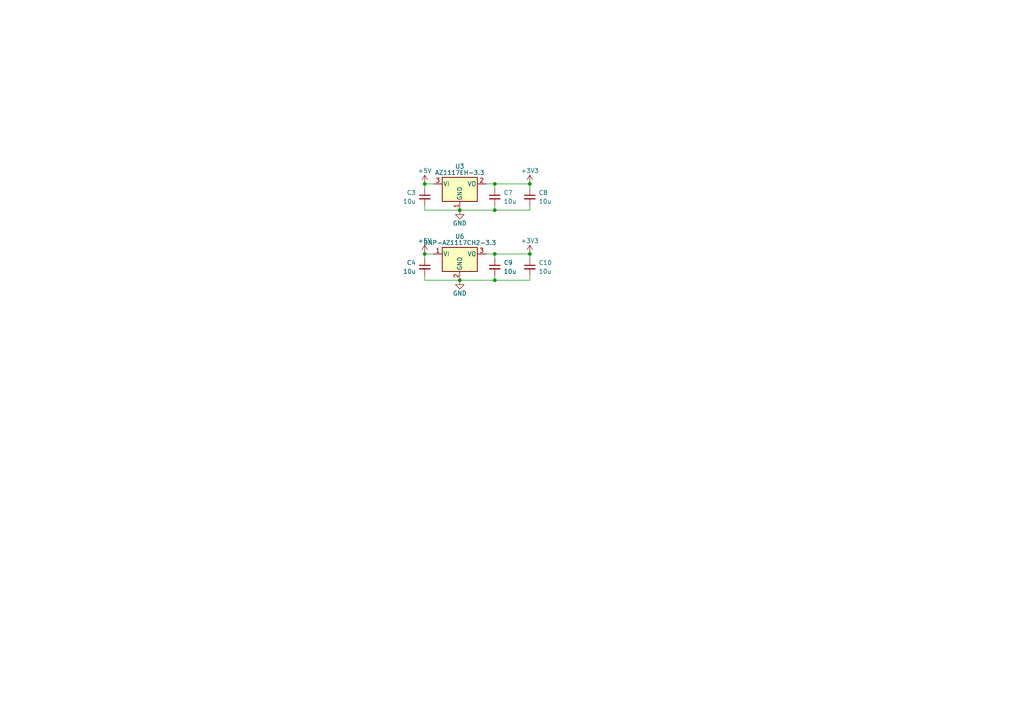
<source format=kicad_sch>
(kicad_sch (version 20211123) (generator eeschema)
  (paper "A4")
  (lib_symbols
    (symbol "Device:C_Small" (pin_numbers hide) (pin_names (offset 0.254) hide)
      (property "Reference" "C" (at 0.254 1.778 0))
      (property "Value" "C_Small" (at 0.254 -2.032 0))
      (symbol "C_Small_0_1"
        (polyline (pts (xy -1.524 -0.508) (xy 1.524 -0.508)) (stroke (width 0.3302)))
        (polyline (pts (xy -1.524 0.508) (xy 1.524 0.508)) (stroke (width 0.3048)))
      )
      (symbol "C_Small_1_1"
        (pin passive line (at 0 2.54 270) (length 2.032) (name "~") (number "1"))
        (pin passive line (at 0 -2.54 90) (length 2.032) (name "~") (number "2"))
      )
    )
    (symbol "GW_Power:AZ1117CH2" (pin_names (offset 0.254))
      (property "Reference" "U" (at -3.81 3.175 0))
      (property "Value" "AZ1117CH2" (at 0 3.175 0))
      (symbol "AZ1117CH2_0_1"
        (rectangle (start -5.08 -5.08) (end 5.08 1.905) (stroke (width 0.254)) (fill (type background)))
      )
      (symbol "AZ1117CH2_1_1"
        (pin power_in line (at -7.62 0 0) (length 2.54) (name "VI") (number "1"))
        (pin power_in line (at 0 -7.62 90) (length 2.54) (name "GND") (number "2"))
        (pin power_out line (at 7.62 0 180) (length 2.54) (name "VO") (number "3"))
      )
    )
    (symbol "Regulator_Linear:AP1117-33" (pin_names (offset 0.254))
      (property "Reference" "U" (at -3.81 3.175 0))
      (property "Value" "AP1117-33" (at 0 3.175 0))
      (symbol "AP1117-33_0_1"
        (rectangle (start -5.08 -5.08) (end 5.08 1.905) (stroke (width 0.254)) (fill (type background)))
      )
      (symbol "AP1117-33_1_1"
        (pin power_in line (at 0 -7.62 90) (length 2.54) (name "GND") (number "1"))
        (pin power_out line (at 7.62 0 180) (length 2.54) (name "VO") (number "2"))
        (pin power_in line (at -7.62 0 0) (length 2.54) (name "VI") (number "3"))
      )
    )
    (symbol "power:+3V3" (power) (pin_names (offset 0))
      (property "Value" "+3V3" (at 0 3.556 0))
      (symbol "+3V3_0_1"
        (polyline (pts (xy -0.762 1.27) (xy 0 2.54)))
        (polyline (pts (xy 0 0) (xy 0 2.54)))
        (polyline (pts (xy 0 2.54) (xy 0.762 1.27)))
      )
      (symbol "+3V3_1_1"
        (pin power_in line (at 0 0 90) (length 0) hide (name "+3V3") (number "1"))
      )
    )
    (symbol "power:+5V" (power) (pin_names (offset 0))
      (property "Value" "+5V" (at 0 3.556 0))
      (symbol "+5V_0_1"
        (polyline (pts (xy -0.762 1.27) (xy 0 2.54)))
        (polyline (pts (xy 0 0) (xy 0 2.54)))
        (polyline (pts (xy 0 2.54) (xy 0.762 1.27)))
      )
      (symbol "+5V_1_1"
        (pin power_in line (at 0 0 90) (length 0) hide (name "+5V") (number "1"))
      )
    )
    (symbol "power:GND" (power) (pin_names (offset 0))
      (property "Value" "GND" (at 0 -3.81 0))
      (symbol "GND_0_1"
        (polyline (pts (xy 0 0) (xy 0 -1.27) (xy 1.27 -1.27) (xy 0 -2.54) (xy -1.27 -1.27) (xy 0 -1.27)))
      )
      (symbol "GND_1_1"
        (pin power_in line (at 0 0 270) (length 0) hide (name "GND") (number "1"))
      )
    )
  )
  (junction (at 153.67 73.66))
  (junction (at 143.51 81.28))
  (junction (at 133.35 60.96))
  (junction (at 153.67 53.34))
  (junction (at 143.51 53.34))
  (junction (at 123.19 73.66))
  (junction (at 123.19 53.34))
  (junction (at 143.51 73.66))
  (junction (at 143.51 60.96))
  (junction (at 133.35 81.28))
  (wire (pts (xy 133.35 81.28) (xy 143.51 81.28)))
  (wire (pts (xy 133.35 60.96) (xy 143.51 60.96)))
  (wire (pts (xy 123.19 73.66) (xy 125.73 73.66)))
  (wire (pts (xy 123.19 53.34) (xy 125.73 53.34)))
  (wire (pts (xy 140.97 73.66) (xy 143.51 73.66)))
  (wire (pts (xy 123.19 81.28) (xy 133.35 81.28)))
  (wire (pts (xy 143.51 73.66) (xy 153.67 73.66)))
  (wire (pts (xy 123.19 59.69) (xy 123.19 60.96)))
  (wire (pts (xy 153.67 59.69) (xy 153.67 60.96)))
  (wire (pts (xy 153.67 81.28) (xy 143.51 81.28)))
  (wire (pts (xy 123.19 80.01) (xy 123.19 81.28)))
  (wire (pts (xy 143.51 81.28) (xy 143.51 80.01)))
  (wire (pts (xy 153.67 53.34) (xy 153.67 54.61)))
  (wire (pts (xy 143.51 60.96) (xy 143.51 59.69)))
  (wire (pts (xy 123.19 73.66) (xy 123.19 74.93)))
  (wire (pts (xy 143.51 73.66) (xy 143.51 74.93)))
  (wire (pts (xy 140.97 53.34) (xy 143.51 53.34)))
  (wire (pts (xy 153.67 73.66) (xy 153.67 74.93)))
  (wire (pts (xy 123.19 60.96) (xy 133.35 60.96)))
  (wire (pts (xy 143.51 53.34) (xy 143.51 54.61)))
  (wire (pts (xy 123.19 53.34) (xy 123.19 54.61)))
  (wire (pts (xy 153.67 60.96) (xy 143.51 60.96)))
  (wire (pts (xy 143.51 53.34) (xy 153.67 53.34)))
  (wire (pts (xy 153.67 80.01) (xy 153.67 81.28)))
  (symbol (lib_id "Regulator_Linear:AP1117-33") (at 133.35 53.34 0) (unit 1)
    (property "Reference" "U3" (at 133.35 48.26 0))
    (property "Value" "AZ1117EH-3.3" (at 133.35 50.8 0) (effects (justify bottom)))
    (property "Footprint" "stdpads:SOT-223" (effects hide))
    (property "Datasheet" "http://www.diodes.com/datasheets/AP1117.pdf" (effects hide))
    (property "LCSC Part" "C108494" (effects hide))
  )
  (symbol (lib_id "power:+5V") (at 123.19 53.34 0) (unit 1)
    (property "Reference" "#PWR0129" (effects hide))
    (property "Value" "+5V" (at 123.19 49.53 0))
  )
  (symbol (lib_id "power:GND") (at 133.35 60.96 0) (unit 1)
    (property "Reference" "#PWR0130" (effects hide))
    (property "Value" "GND" (at 133.35 64.77 0))
  )
  (symbol (lib_id "power:+3V3") (at 153.67 53.34 0) (unit 1)
    (property "Reference" "#PWR0131" (effects hide))
    (property "Value" "+3V3" (at 153.67 49.53 0))
  )
  (symbol (lib_id "Device:C_Small") (at 123.19 57.15 0) (unit 1)
    (property "Reference" "C3" (at 120.65 55.88 0) (effects (justify right)))
    (property "Value" "10u" (at 120.65 58.42 0) (effects (justify right)))
    (property "Footprint" "stdpads:C_0805" (effects hide))
    (property "LCSC Part" "C15850" (effects hide))
  )
  (symbol (lib_id "Device:C_Small") (at 143.51 57.15 0) (mirror y) (unit 1)
    (property "Reference" "C7" (at 146.05 55.88 0) (effects (justify right)))
    (property "Value" "10u" (at 146.05 58.42 0) (effects (justify right)))
    (property "Footprint" "stdpads:C_0805" (effects hide))
    (property "LCSC Part" "C15850" (effects hide))
  )
  (symbol (lib_id "Device:C_Small") (at 143.51 77.47 0) (mirror y) (unit 1)
    (property "Reference" "C9" (at 146.05 76.2 0) (effects (justify right)))
    (property "Value" "10u" (at 146.05 78.74 0) (effects (justify right)))
    (property "Footprint" "stdpads:C_0805" (effects hide))
    (property "LCSC Part" "C15850" (effects hide))
  )
  (symbol (lib_id "GW_Power:AZ1117CH2") (at 133.35 73.66 0) (unit 1)
    (property "Reference" "U6" (at 133.35 68.58 0))
    (property "Value" "DNP-AZ1117CH2-3.3" (at 133.35 71.12 0) (effects (justify bottom)))
    (property "Footprint" "stdpads:SOT-223" (effects hide))
    (property "Datasheet" "http://www.diodes.com/datasheets/AP1117.pdf" (effects hide))
  )
  (symbol (lib_id "power:+5V") (at 123.19 73.66 0) (unit 1)
    (property "Reference" "#PWR0136" (effects hide))
    (property "Value" "+5V" (at 123.19 69.85 0))
  )
  (symbol (lib_id "power:GND") (at 133.35 81.28 0) (unit 1)
    (property "Reference" "#PWR0137" (effects hide))
    (property "Value" "GND" (at 133.35 85.09 0))
  )
  (symbol (lib_id "power:+3V3") (at 153.67 73.66 0) (unit 1)
    (property "Reference" "#PWR0139" (effects hide))
    (property "Value" "+3V3" (at 153.67 69.85 0))
  )
  (symbol (lib_id "Device:C_Small") (at 123.19 77.47 0) (unit 1)
    (property "Reference" "C4" (at 120.65 76.2 0) (effects (justify right)))
    (property "Value" "10u" (at 120.65 78.74 0) (effects (justify right)))
    (property "Footprint" "stdpads:C_0805" (effects hide))
    (property "LCSC Part" "C15850" (effects hide))
  )
  (symbol (lib_id "Device:C_Small") (at 153.67 57.15 0) (mirror y) (unit 1)
    (property "Reference" "C8" (at 156.21 55.88 0) (effects (justify right)))
    (property "Value" "10u" (at 156.21 58.42 0) (effects (justify right)))
    (property "Footprint" "stdpads:C_0805" (effects hide))
    (property "LCSC Part" "C15850" (effects hide))
  )
  (symbol (lib_id "Device:C_Small") (at 153.67 77.47 0) (mirror y) (unit 1)
    (property "Reference" "C10" (at 156.21 76.2 0) (effects (justify right)))
    (property "Value" "10u" (at 156.21 78.74 0) (effects (justify right)))
    (property "Footprint" "stdpads:C_0805" (effects hide))
    (property "LCSC Part" "C15850" (effects hide))
  )
)
</source>
